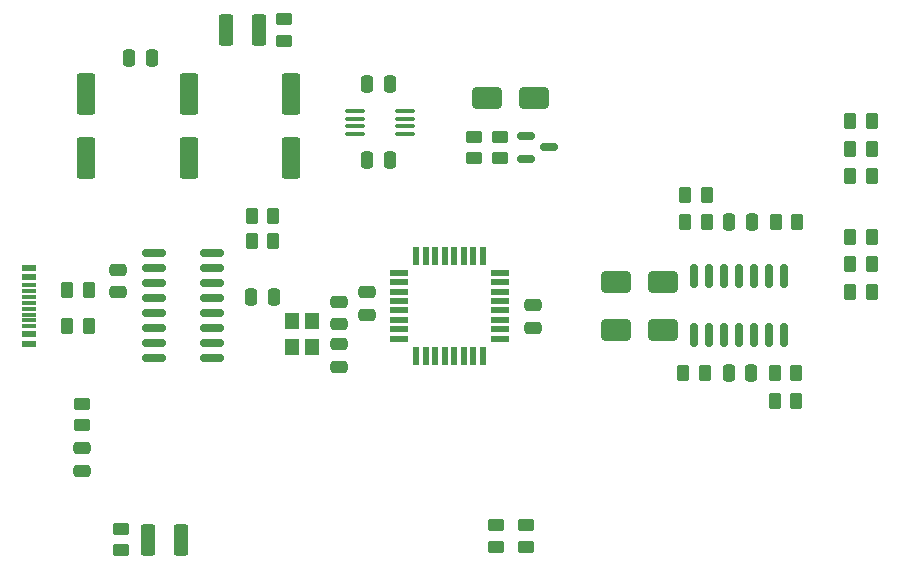
<source format=gbr>
%TF.GenerationSoftware,KiCad,Pcbnew,8.0.1*%
%TF.CreationDate,2024-04-29T10:33:51+02:00*%
%TF.ProjectId,PCB_SMD_Hotplate,5043425f-534d-4445-9f48-6f74706c6174,rev?*%
%TF.SameCoordinates,Original*%
%TF.FileFunction,Paste,Top*%
%TF.FilePolarity,Positive*%
%FSLAX46Y46*%
G04 Gerber Fmt 4.6, Leading zero omitted, Abs format (unit mm)*
G04 Created by KiCad (PCBNEW 8.0.1) date 2024-04-29 10:33:51*
%MOMM*%
%LPD*%
G01*
G04 APERTURE LIST*
G04 Aperture macros list*
%AMRoundRect*
0 Rectangle with rounded corners*
0 $1 Rounding radius*
0 $2 $3 $4 $5 $6 $7 $8 $9 X,Y pos of 4 corners*
0 Add a 4 corners polygon primitive as box body*
4,1,4,$2,$3,$4,$5,$6,$7,$8,$9,$2,$3,0*
0 Add four circle primitives for the rounded corners*
1,1,$1+$1,$2,$3*
1,1,$1+$1,$4,$5*
1,1,$1+$1,$6,$7*
1,1,$1+$1,$8,$9*
0 Add four rect primitives between the rounded corners*
20,1,$1+$1,$2,$3,$4,$5,0*
20,1,$1+$1,$4,$5,$6,$7,0*
20,1,$1+$1,$6,$7,$8,$9,0*
20,1,$1+$1,$8,$9,$2,$3,0*%
G04 Aperture macros list end*
%ADD10RoundRect,0.250000X-1.000000X-0.650000X1.000000X-0.650000X1.000000X0.650000X-1.000000X0.650000X0*%
%ADD11RoundRect,0.150000X-0.825000X-0.150000X0.825000X-0.150000X0.825000X0.150000X-0.825000X0.150000X0*%
%ADD12RoundRect,0.250000X-0.550000X1.500000X-0.550000X-1.500000X0.550000X-1.500000X0.550000X1.500000X0*%
%ADD13RoundRect,0.250000X0.250000X0.475000X-0.250000X0.475000X-0.250000X-0.475000X0.250000X-0.475000X0*%
%ADD14RoundRect,0.250000X-0.450000X0.262500X-0.450000X-0.262500X0.450000X-0.262500X0.450000X0.262500X0*%
%ADD15RoundRect,0.250000X-0.475000X0.250000X-0.475000X-0.250000X0.475000X-0.250000X0.475000X0.250000X0*%
%ADD16R,1.200000X1.400000*%
%ADD17RoundRect,0.250000X-0.262500X-0.450000X0.262500X-0.450000X0.262500X0.450000X-0.262500X0.450000X0*%
%ADD18RoundRect,0.150000X-0.150000X0.825000X-0.150000X-0.825000X0.150000X-0.825000X0.150000X0.825000X0*%
%ADD19RoundRect,0.250000X0.262500X0.450000X-0.262500X0.450000X-0.262500X-0.450000X0.262500X-0.450000X0*%
%ADD20RoundRect,0.250000X0.375000X1.075000X-0.375000X1.075000X-0.375000X-1.075000X0.375000X-1.075000X0*%
%ADD21RoundRect,0.100000X-0.712500X-0.100000X0.712500X-0.100000X0.712500X0.100000X-0.712500X0.100000X0*%
%ADD22RoundRect,0.250000X-0.250000X-0.475000X0.250000X-0.475000X0.250000X0.475000X-0.250000X0.475000X0*%
%ADD23R,1.600000X0.550000*%
%ADD24R,0.550000X1.600000*%
%ADD25RoundRect,0.250000X0.450000X-0.262500X0.450000X0.262500X-0.450000X0.262500X-0.450000X-0.262500X0*%
%ADD26RoundRect,0.250000X0.475000X-0.250000X0.475000X0.250000X-0.475000X0.250000X-0.475000X-0.250000X0*%
%ADD27RoundRect,0.250000X-0.375000X-1.075000X0.375000X-1.075000X0.375000X1.075000X-0.375000X1.075000X0*%
%ADD28RoundRect,0.150000X-0.587500X-0.150000X0.587500X-0.150000X0.587500X0.150000X-0.587500X0.150000X0*%
%ADD29R,1.240000X0.600000*%
%ADD30R,1.240000X0.300000*%
G04 APERTURE END LIST*
D10*
%TO.C,D5*%
X157450000Y-92050000D03*
X161450000Y-92050000D03*
%TD*%
%TO.C,D4*%
X157450000Y-88000000D03*
X161450000Y-88000000D03*
%TD*%
D11*
%TO.C,U2*%
X118325000Y-85555000D03*
X118325000Y-86825000D03*
X118325000Y-88095000D03*
X118325000Y-89365000D03*
X118325000Y-90635000D03*
X118325000Y-91905000D03*
X118325000Y-93175000D03*
X118325000Y-94445000D03*
X123275000Y-94445000D03*
X123275000Y-93175000D03*
X123275000Y-91905000D03*
X123275000Y-90635000D03*
X123275000Y-89365000D03*
X123275000Y-88095000D03*
X123275000Y-86825000D03*
X123275000Y-85555000D03*
%TD*%
D12*
%TO.C,C8*%
X129900000Y-72100000D03*
X129900000Y-77500000D03*
%TD*%
%TO.C,C2*%
X112600000Y-72100000D03*
X112600000Y-77500000D03*
%TD*%
D13*
%TO.C,C6*%
X138300000Y-71200000D03*
X136400000Y-71200000D03*
%TD*%
D14*
%TO.C,R9*%
X149860000Y-108600000D03*
X149860000Y-110425000D03*
%TD*%
D15*
%TO.C,C15*%
X112200000Y-102062500D03*
X112200000Y-103962500D03*
%TD*%
D13*
%TO.C,C14*%
X168912500Y-95700000D03*
X167012500Y-95700000D03*
%TD*%
D16*
%TO.C,Y1*%
X131700000Y-93500000D03*
X131700000Y-91300000D03*
X130000000Y-91300000D03*
X130000000Y-93500000D03*
%TD*%
D17*
%TO.C,R3*%
X110975000Y-91700000D03*
X112800000Y-91700000D03*
%TD*%
D18*
%TO.C,U4*%
X171710000Y-87525000D03*
X170440000Y-87525000D03*
X169170000Y-87525000D03*
X167900000Y-87525000D03*
X166630000Y-87525000D03*
X165360000Y-87525000D03*
X164090000Y-87525000D03*
X164090000Y-92475000D03*
X165360000Y-92475000D03*
X166630000Y-92475000D03*
X167900000Y-92475000D03*
X169170000Y-92475000D03*
X170440000Y-92475000D03*
X171710000Y-92475000D03*
%TD*%
D19*
%TO.C,R13*%
X179112500Y-76700000D03*
X177287500Y-76700000D03*
%TD*%
%TO.C,R18*%
X179112500Y-84200000D03*
X177287500Y-84200000D03*
%TD*%
D17*
%TO.C,R1*%
X110975000Y-88700000D03*
X112800000Y-88700000D03*
%TD*%
D19*
%TO.C,R14*%
X179112500Y-79000000D03*
X177287500Y-79000000D03*
%TD*%
D12*
%TO.C,C4*%
X121300000Y-72100000D03*
X121300000Y-77500000D03*
%TD*%
D14*
%TO.C,R11*%
X112200000Y-98300000D03*
X112200000Y-100125000D03*
%TD*%
D17*
%TO.C,R17*%
X163325000Y-82900000D03*
X165150000Y-82900000D03*
%TD*%
D20*
%TO.C,D2*%
X127200000Y-66650000D03*
X124400000Y-66650000D03*
%TD*%
D19*
%TO.C,R20*%
X179112500Y-88800000D03*
X177287500Y-88800000D03*
%TD*%
D21*
%TO.C,U3*%
X135337500Y-73525000D03*
X135337500Y-74175000D03*
X135337500Y-74825000D03*
X135337500Y-75475000D03*
X139562500Y-75475000D03*
X139562500Y-74825000D03*
X139562500Y-74175000D03*
X139562500Y-73525000D03*
%TD*%
D22*
%TO.C,C5*%
X126550000Y-89300000D03*
X128450000Y-89300000D03*
%TD*%
D13*
%TO.C,C7*%
X138300000Y-77700000D03*
X136400000Y-77700000D03*
%TD*%
D19*
%TO.C,R22*%
X172712500Y-98050000D03*
X170887500Y-98050000D03*
%TD*%
D23*
%TO.C,U5*%
X139100000Y-87200000D03*
X139100000Y-88000000D03*
X139100000Y-88800000D03*
X139100000Y-89600000D03*
X139100000Y-90400000D03*
X139100000Y-91200000D03*
X139100000Y-92000000D03*
X139100000Y-92800000D03*
D24*
X140550000Y-94250000D03*
X141350000Y-94250000D03*
X142150000Y-94250000D03*
X142950000Y-94250000D03*
X143750000Y-94250000D03*
X144550000Y-94250000D03*
X145350000Y-94250000D03*
X146150000Y-94250000D03*
D23*
X147600000Y-92800000D03*
X147600000Y-92000000D03*
X147600000Y-91200000D03*
X147600000Y-90400000D03*
X147600000Y-89600000D03*
X147600000Y-88800000D03*
X147600000Y-88000000D03*
X147600000Y-87200000D03*
D24*
X146150000Y-85750000D03*
X145350000Y-85750000D03*
X144550000Y-85750000D03*
X143750000Y-85750000D03*
X142950000Y-85750000D03*
X142150000Y-85750000D03*
X141350000Y-85750000D03*
X140550000Y-85750000D03*
%TD*%
D13*
%TO.C,C3*%
X118150000Y-69000000D03*
X116250000Y-69000000D03*
%TD*%
D25*
%TO.C,R5*%
X129300000Y-67562500D03*
X129300000Y-65737500D03*
%TD*%
D26*
%TO.C,C11*%
X150450000Y-91850000D03*
X150450000Y-89950000D03*
%TD*%
D19*
%TO.C,R12*%
X179112500Y-74400000D03*
X177287500Y-74400000D03*
%TD*%
D27*
%TO.C,D3*%
X117800000Y-109800000D03*
X120600000Y-109800000D03*
%TD*%
D17*
%TO.C,R4*%
X126600000Y-84500000D03*
X128425000Y-84500000D03*
%TD*%
D26*
%TO.C,C13*%
X134000000Y-95150000D03*
X134000000Y-93250000D03*
%TD*%
D19*
%TO.C,R23*%
X172725000Y-95700000D03*
X170900000Y-95700000D03*
%TD*%
D14*
%TO.C,R10*%
X115500000Y-108887500D03*
X115500000Y-110712500D03*
%TD*%
D19*
%TO.C,R19*%
X179112500Y-86500000D03*
X177287500Y-86500000D03*
%TD*%
D15*
%TO.C,C9*%
X134000000Y-89650000D03*
X134000000Y-91550000D03*
%TD*%
D13*
%TO.C,C12*%
X168937500Y-82900000D03*
X167037500Y-82900000D03*
%TD*%
D19*
%TO.C,R21*%
X164975000Y-95700000D03*
X163150000Y-95700000D03*
%TD*%
D14*
%TO.C,R8*%
X147320000Y-108587500D03*
X147320000Y-110412500D03*
%TD*%
D17*
%TO.C,R16*%
X163325000Y-80650000D03*
X165150000Y-80650000D03*
%TD*%
D26*
%TO.C,C1*%
X115300000Y-88850000D03*
X115300000Y-86950000D03*
%TD*%
D28*
%TO.C,Q1*%
X149862500Y-75650000D03*
X149862500Y-77550000D03*
X151737500Y-76600000D03*
%TD*%
D14*
%TO.C,R7*%
X147600000Y-75687500D03*
X147600000Y-77512500D03*
%TD*%
%TO.C,R6*%
X145400000Y-75687500D03*
X145400000Y-77512500D03*
%TD*%
D17*
%TO.C,R15*%
X170975000Y-82900000D03*
X172800000Y-82900000D03*
%TD*%
D26*
%TO.C,C10*%
X136400000Y-90750000D03*
X136400000Y-88850000D03*
%TD*%
D29*
%TO.C,J2*%
X107725000Y-86800000D03*
X107725000Y-87600000D03*
D30*
X107725000Y-88750000D03*
X107725000Y-89750000D03*
X107725000Y-90250000D03*
X107725000Y-91250000D03*
D29*
X107725000Y-92400000D03*
X107725000Y-93200000D03*
X107725000Y-93200000D03*
X107725000Y-92400000D03*
D30*
X107725000Y-91750000D03*
X107725000Y-90750000D03*
X107725000Y-89250000D03*
X107725000Y-88250000D03*
D29*
X107725000Y-87600000D03*
X107725000Y-86800000D03*
%TD*%
D17*
%TO.C,R2*%
X126600000Y-82400000D03*
X128425000Y-82400000D03*
%TD*%
D10*
%TO.C,D1*%
X146500000Y-72400000D03*
X150500000Y-72400000D03*
%TD*%
M02*

</source>
